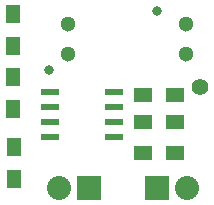
<source format=gts>
G04 #@! TF.FileFunction,Soldermask,Top*
%FSLAX46Y46*%
G04 Gerber Fmt 4.6, Leading zero omitted, Abs format (unit mm)*
G04 Created by KiCad (PCBNEW 4.0.1-stable) date 5/29/2016 12:54:54 PM*
%MOMM*%
G01*
G04 APERTURE LIST*
%ADD10C,0.100000*%
%ADD11R,2.032000X2.032000*%
%ADD12O,2.032000X2.032000*%
%ADD13C,1.397000*%
%ADD14R,1.500000X1.300000*%
%ADD15R,1.300000X1.500000*%
%ADD16C,1.300000*%
%ADD17C,0.800000*%
%ADD18R,1.550000X0.600000*%
G04 APERTURE END LIST*
D10*
D11*
X179770000Y-121590000D03*
D12*
X182310000Y-121590000D03*
D13*
X183450000Y-113050000D03*
D11*
X174010000Y-121590000D03*
D12*
X171470000Y-121590000D03*
D14*
X181260000Y-118610000D03*
X178560000Y-118610000D03*
D15*
X167560000Y-109550000D03*
X167560000Y-106850000D03*
X167580000Y-112180000D03*
X167580000Y-114880000D03*
X167670000Y-118130000D03*
X167670000Y-120830000D03*
D14*
X181260000Y-113710000D03*
X178560000Y-113710000D03*
D16*
X182200000Y-110240000D03*
X182200000Y-107700000D03*
D17*
X179800000Y-106620000D03*
D16*
X172200000Y-110240000D03*
X172200000Y-107700000D03*
D17*
X170600000Y-111570000D03*
D18*
X170749001Y-113464000D03*
X170749001Y-114734000D03*
X170749001Y-116004000D03*
X170749001Y-117274000D03*
X176149001Y-117274000D03*
X176149001Y-116004000D03*
X176149001Y-114734000D03*
X176149001Y-113464000D03*
D14*
X178580000Y-116010000D03*
X181280000Y-116010000D03*
M02*

</source>
